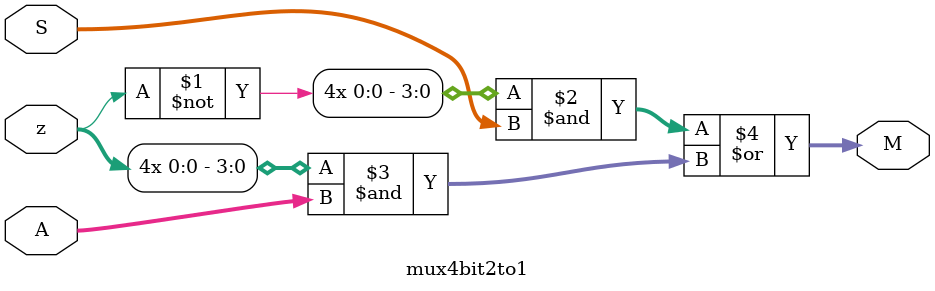
<source format=v>
module part4(SW, LEDR, LEDG, HEX4, HEX6, HEX0, HEX1);
  input [8:0] SW;
  output [6:0] HEX6, HEX4, HEX1, HEX0;
  output [8:0] LEDR, LEDG;

  assign LEDR[8:0] = SW[8:0];

  // Check whether A and B are greater than 9
  wire [3:0] eA, eB;
  wire [8:0] LEDG;
  Comparator C0 (SW[3:0], eB);
  Comparator C1 (SW[7:4], eA);
  assign LEDG[8] = eA|eB;
  
  // Display A and B
  wire [3:0] A, M_A, B, M_B;

  CircuitA A0 (SW[7:4], A);
  CircuitA A1 (SW[3:0], B);
  mux4bit2to1 M0 (0, SW[7:4], A, M_A);
  mux4bit2to1 M1 (0, SW[3:0], B, M_B);
  decoder_7seq D0 (M_A, HEX6);
  decoder_7seq D1 (M_B, HEX4);

  // Add A and B
  wire c1, c2, c3;
  wire [4:0] sum;
  assign LEDG[4:0] = sum[4:0];

  FullAdder F0 (SW[0], SW[4], SW[8], c1, sum[0]);
  FullAdder F1 (SW[1], SW[5], c1, c2, sum[1]);
  FullAdder F2 (SW[2], SW[6], c2, c3, sum[2]);
  FullAdder F3 (SW[3], SW[7], c3, sum[4], sum[3]);

  // Display the results
  wire z;
  wire [3:0] S, M;
  ComparatorS C2 (sum[4:0], z);
  CircuitA A2 (sum[3:0], S);
  mux4bit2to1 M2 (z, sum[3:0], S, M);
  CircuitB B0 (z, HEX1);
  decoder_7seq D2 (M, HEX0);

endmodule

module FullAdder (a, b, ci, co, s);
  input a, b, ci;
  output co, s;

  wire x;

  assign x = a^b;
  assign co = (ci & x)|(b & ~x);
  assign s = ci^x;

endmodule

module Comparator(V, e);
  input [3:0] V;
  output e;

  assign e = V[3]&(V[2]|V[1]);

endmodule

module ComparatorS(S, z);
  input [4:0] S;
  output z;

  assign z = S[4]|(S[3]&(S[2]|S[1]));

endmodule

module decoder_7seq(M, HEX0);
  input [3:0] M;
  output [6:0] HEX0;

  assign HEX0[0] = (~M[3] & ~M[2] & ~M[1] & M[0])|(~M[3] & M[2] & ~M[1] & ~M[0]);
  assign HEX0[1] = (~M[3] & M[2] & ~M[1] & M[0])|(~M[3] & M[2] & M[1] & ~M[0]);
  assign HEX0[2] = (~M[3] & ~M[2] & M[1] & ~M[0]);
  
  assign HEX0[3] = (~M[3] & ~M[2] & ~M[1] & M[0])|(~M[3] & M[2] & ~M[1] & ~M[0])|
                   (~M[3] & M[2] & M[1] & M[0])|(M[3] & ~M[2] & ~M[1] & M[0]);

  assign HEX0[4] = ~((~M[2] & ~M[1] & ~M[0])|(~M[3] & M[1] & ~M[0]));

  assign HEX0[5] = (~M[3] & ~M[2] & ~M[1] & M[0])|(~M[3] & ~M[2] & M[1] & ~M[0])|
						 (~M[3] & ~M[2] & M[1] & M[0])|(~M[3] & M[2] & M[1] & M[0]);

  assign HEX0[6] = (~M[3] & ~M[2] & ~M[1] & ~M[0])|(~M[3] & ~M[2] & ~M[1] & M[0])|
                   (~M[3] & M[2] & M[1] & M[0]);

endmodule

 // CircuitA needs to be modified to translate 4-bits input
module CircuitA(V, A);
  input [3:0] V;
  output [3:0] A;

  assign A[0] = V[0];
  assign A[1] = ~V[1];
  assign A[2] = (V[2]&V[1])|(~V[3] & ~V[1]);
  assign A[3] = (~V[3] & V[1]);

endmodule

module CircuitB(z, HEX);
  input z;
  output [6:0] HEX;
  
  assign HEX[0] = z;
  assign HEX[2:1] = 2'b00;
  assign HEX[5:3] = {3{z}};
  assign HEX[6] = 1;

endmodule

module mux4bit2to1(z, S, A, M);
  input z;
  input [3:0] S, A;
  output [3:0] M;

  assign M = ({4{~z}} & S)|({4{z}} & A);

endmodule
</source>
